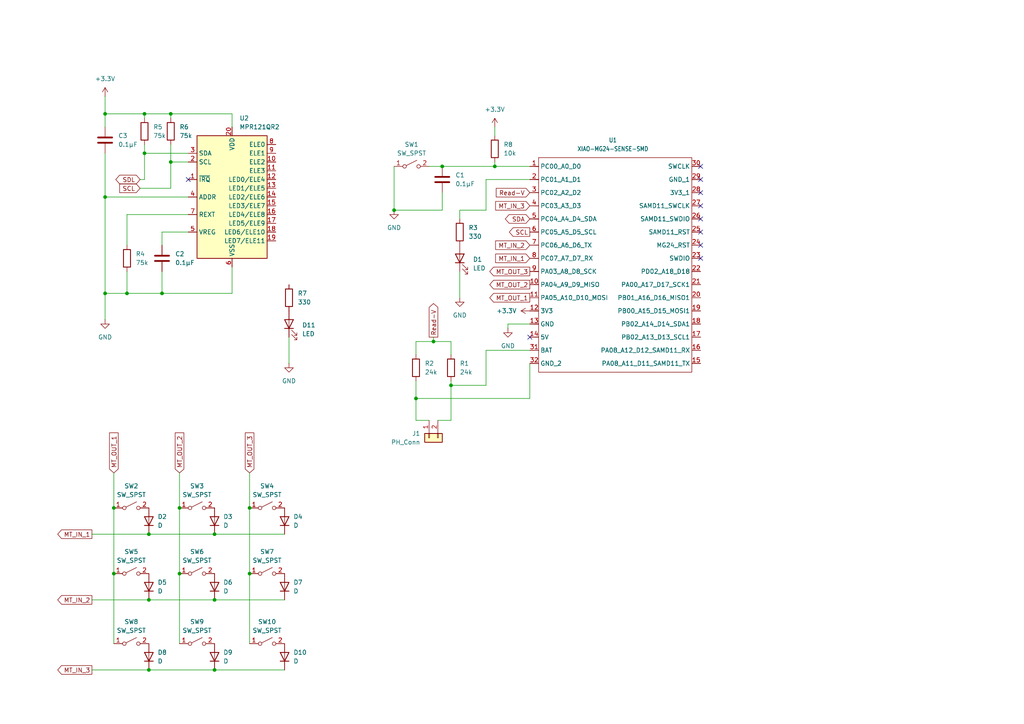
<source format=kicad_sch>
(kicad_sch (version 20250114) (generator "eeschema") (generator_version "9.0")
  (paper "A4")
  (lib_symbols
    (symbol "Connector_Generic:Conn_01x02" (pin_names (offset 1.016) (hide yes))
      (property "Reference" "J" (at 0 2.54 0))
      (property "Value" "Conn_01x02" (at 0 -5.08 0))
      (symbol "Conn_01x02_1_1"
        (rectangle (start -1.27 1.27) (end 1.27 -3.81) (stroke (width 0.254)) (fill (type background)))
        (rectangle (start -1.27 0.127) (end 0 -0.127) (stroke (width 0.1524)))
        (rectangle (start -1.27 -2.413) (end 0 -2.667) (stroke (width 0.1524)))
        (pin passive line (at -5.08 0 0) (length 3.81) (name "Pin_1") (number "1"))
        (pin passive line (at -5.08 -2.54 0) (length 3.81) (name "Pin_2") (number "2"))
      )
    )
    (symbol "Device:C" (pin_numbers (hide yes)) (pin_names (offset 0.254))
      (property "Reference" "C" (at 0.635 2.54 0))
      (property "Value" "C" (at 0.635 -2.54 0))
      (symbol "C_0_1"
        (polyline (pts (xy -2.032 0.762) (xy 2.032 0.762)) (stroke (width 0.508)))
        (polyline (pts (xy -2.032 -0.762) (xy 2.032 -0.762)) (stroke (width 0.508)))
      )
      (symbol "C_1_1"
        (pin passive line (at 0 3.81 270) (length 2.794) (name "~") (number "1"))
        (pin passive line (at 0 -3.81 90) (length 2.794) (name "~") (number "2"))
      )
    )
    (symbol "Device:D" (pin_numbers (hide yes)) (pin_names (offset 1.016) (hide yes))
      (property "Reference" "D" (at 0 2.54 0))
      (property "Value" "D" (at 0 -2.54 0))
      (symbol "D_0_1"
        (polyline (pts (xy -1.27 1.27) (xy -1.27 -1.27)) (stroke (width 0.254)))
        (polyline (pts (xy 1.27 1.27) (xy 1.27 -1.27) (xy -1.27 0) (xy 1.27 1.27)) (stroke (width 0.254)))
        (polyline (pts (xy 1.27 0) (xy -1.27 0)))
      )
      (symbol "D_1_1"
        (pin passive line (at -3.81 0 0) (length 2.54) (name "K") (number "1"))
        (pin passive line (at 3.81 0 180) (length 2.54) (name "A") (number "2"))
      )
    )
    (symbol "Device:LED" (pin_numbers (hide yes)) (pin_names (offset 1.016) (hide yes))
      (property "Reference" "D" (at 0 2.54 0))
      (property "Value" "LED" (at 0 -2.54 0))
      (symbol "LED_0_1"
        (polyline (pts (xy -3.048 -0.762) (xy -4.572 -2.286) (xy -3.81 -2.286) (xy -4.572 -2.286) (xy -4.572 -1.524)))
        (polyline (pts (xy -1.778 -0.762) (xy -3.302 -2.286) (xy -2.54 -2.286) (xy -3.302 -2.286) (xy -3.302 -1.524)))
        (polyline (pts (xy -1.27 0) (xy 1.27 0)))
        (polyline (pts (xy -1.27 -1.27) (xy -1.27 1.27)) (stroke (width 0.254)))
        (polyline (pts (xy 1.27 -1.27) (xy 1.27 1.27) (xy -1.27 0) (xy 1.27 -1.27)) (stroke (width 0.254)))
      )
      (symbol "LED_1_1"
        (pin passive line (at -3.81 0 0) (length 2.54) (name "K") (number "1"))
        (pin passive line (at 3.81 0 180) (length 2.54) (name "A") (number "2"))
      )
    )
    (symbol "Device:R" (pin_numbers (hide yes)) (pin_names (offset 0))
      (property "Reference" "R" (at 2.032 0 90))
      (property "Value" "R" (at 0 0 90))
      (symbol "R_0_1"
        (rectangle (start -1.016 -2.54) (end 1.016 2.54) (stroke (width 0.254)))
      )
      (symbol "R_1_1"
        (pin passive line (at 0 3.81 270) (length 1.27) (name "~") (number "1"))
        (pin passive line (at 0 -3.81 90) (length 1.27) (name "~") (number "2"))
      )
    )
    (symbol "Seeed_Studio_XIAO_Series:XIAO-MG24-SMD"
      (property "Reference" "U" (at -21.59 27.432 0))
      (property "Value" "XIAO-MG24-SMD" (at -21.59 25.654 0))
      (symbol "XIAO-MG24-SMD_0_1"
        (rectangle (start -21.59 25.4) (end 22.86 -36.83))
      )
      (symbol "XIAO-MG24-SMD_1_0"
        (polyline (pts (xy -22.86 -3.81) (xy -21.59 -3.81)) (stroke (width 0.1524)))
        (polyline (pts (xy -22.86 -7.62) (xy -21.59 -7.62)) (stroke (width 0.1524)))
        (polyline (pts (xy -22.86 -11.43) (xy -21.59 -11.43)) (stroke (width 0.1524)))
        (polyline (pts (xy -22.86 -15.24) (xy -21.59 -15.24)) (stroke (width 0.1524)))
        (polyline (pts (xy -22.86 -19.05) (xy -21.59 -19.05)) (stroke (width 0.1524)))
        (polyline (pts (xy -22.86 -22.86) (xy -21.59 -22.86)) (stroke (width 0.1524)))
        (polyline (pts (xy -22.86 -26.67) (xy -21.59 -26.67)) (stroke (width 0.1524)))
        (polyline (pts (xy -21.59 22.86) (xy -22.86 22.86)) (stroke (width 0.1524)))
        (polyline (pts (xy -21.59 19.05) (xy -22.86 19.05)) (stroke (width 0.1524)))
        (polyline (pts (xy -21.59 15.24) (xy -22.86 15.24)) (stroke (width 0.1524)))
        (polyline (pts (xy -21.59 11.43) (xy -22.86 11.43)) (stroke (width 0.1524)))
        (polyline (pts (xy -21.59 7.62) (xy -22.86 7.62)) (stroke (width 0.1524)))
        (polyline (pts (xy -21.59 3.81) (xy -22.86 3.81)) (stroke (width 0.1524)))
        (polyline (pts (xy -21.59 0) (xy -22.86 0)) (stroke (width 0.1524)))
        (pin passive line (at -24.13 22.86 0) (length 2.54) (name "PC00_A0_D0") (number "1"))
        (pin passive line (at -24.13 19.05 0) (length 2.54) (name "PC01_A1_D1") (number "2"))
        (pin passive line (at -24.13 15.24 0) (length 2.54) (name "PC02_A2_D2") (number "3"))
        (pin passive line (at -24.13 11.43 0) (length 2.54) (name "PC03_A3_D3") (number "4"))
        (pin passive line (at -24.13 7.62 0) (length 2.54) (name "PC04_A4_D4_SDA") (number "5"))
        (pin passive line (at -24.13 3.81 0) (length 2.54) (name "PC05_A5_D5_SCL") (number "6"))
        (pin passive line (at -24.13 0 0) (length 2.54) (name "PC06_A6_D6_TX") (number "7"))
        (pin passive line (at -24.13 -3.81 0) (length 2.54) (name "PC07_A7_D7_RX") (number "8"))
        (pin passive line (at -24.13 -7.62 0) (length 2.54) (name "PA03_A8_D8_SCK") (number "9"))
        (pin passive line (at -24.13 -11.43 0) (length 2.54) (name "PA04_A9_D9_MISO") (number "10"))
        (pin passive line (at -24.13 -15.24 0) (length 2.54) (name "PA05_A10_D10_MOSI") (number "11"))
        (pin passive line (at -24.13 -19.05 0) (length 2.54) (name "3V3") (number "12"))
        (pin passive line (at -24.13 -22.86 0) (length 2.54) (name "GND") (number "13"))
        (pin passive line (at -24.13 -26.67 0) (length 2.54) (name "5V") (number "14"))
      )
      (symbol "XIAO-MG24-SMD_1_1"
        (pin passive line (at -24.13 -30.48 0) (length 2.54) (name "BAT") (number "31"))
        (pin passive line (at -24.13 -34.29 0) (length 2.54) (name "GND_2") (number "32"))
        (pin passive line (at 25.4 22.86 180) (length 2.54) (name "SWCLK") (number "30"))
        (pin passive line (at 25.4 19.05 180) (length 2.54) (name "GND_1") (number "29"))
        (pin passive line (at 25.4 15.24 180) (length 2.54) (name "3V3_1") (number "28"))
        (pin passive line (at 25.4 11.43 180) (length 2.54) (name "SAMD11_SWCLK") (number "27"))
        (pin passive line (at 25.4 7.62 180) (length 2.54) (name "SAMD11_SWDIO") (number "26"))
        (pin passive line (at 25.4 3.81 180) (length 2.54) (name "SAMD11_RST") (number "25"))
        (pin passive line (at 25.4 0 180) (length 2.54) (name "MG24_RST") (number "24"))
        (pin passive line (at 25.4 -3.81 180) (length 2.54) (name "SWDIO") (number "23"))
        (pin passive line (at 25.4 -7.62 180) (length 2.54) (name "PD02_A18_D18") (number "22"))
        (pin passive line (at 25.4 -11.43 180) (length 2.54) (name "PA00_A17_D17_SCK1") (number "21"))
        (pin passive line (at 25.4 -15.24 180) (length 2.54) (name "PB01_A16_D16_MISO1") (number "20"))
        (pin passive line (at 25.4 -19.05 180) (length 2.54) (name "PB00_A15_D15_MOSI1") (number "19"))
        (pin passive line (at 25.4 -22.86 180) (length 2.54) (name "PB02_A14_D14_SDA1") (number "18"))
        (pin passive line (at 25.4 -26.67 180) (length 2.54) (name "PB02_A13_D13_SCL1") (number "17"))
        (pin passive line (at 25.4 -30.48 180) (length 2.54) (name "PA08_A12_D12_SAMD11_RX") (number "16"))
        (pin passive line (at 25.4 -34.29 180) (length 2.54) (name "PA08_A11_D11_SAMD11_TX") (number "15"))
      )
    )
    (symbol "Sensor_Touch:MPR121QR2"
      (property "Reference" "U" (at -10.16 19.05 0))
      (property "Value" "MPR121QR2" (at 6.35 19.05 0))
      (symbol "MPR121QR2_0_1"
        (rectangle (start -10.16 17.78) (end 10.16 -17.78) (stroke (width 0.254)) (fill (type background)))
      )
      (symbol "MPR121QR2_1_1"
        (pin bidirectional line (at -12.7 12.7 0) (length 2.54) (name "SDA") (number "3"))
        (pin input line (at -12.7 10.16 0) (length 2.54) (name "SCL") (number "2"))
        (pin open_collector line (at -12.7 5.08 0) (length 2.54) (name "~{IRQ}") (number "1"))
        (pin input line (at -12.7 0 0) (length 2.54) (name "ADDR") (number "4"))
        (pin passive line (at -12.7 -5.08 0) (length 2.54) (name "REXT") (number "7"))
        (pin passive line (at -12.7 -10.16 0) (length 2.54) (name "VREG") (number "5"))
        (pin power_in line (at 0 20.32 270) (length 2.54) (name "VDD") (number "20"))
        (pin power_in line (at 0 -20.32 90) (length 2.54) (name "VSS") (number "6"))
        (pin passive line (at 12.7 15.24 180) (length 2.54) (name "ELE0") (number "8"))
        (pin passive line (at 12.7 12.7 180) (length 2.54) (name "ELE1") (number "9"))
        (pin passive line (at 12.7 10.16 180) (length 2.54) (name "ELE2") (number "10"))
        (pin passive line (at 12.7 7.62 180) (length 2.54) (name "ELE3") (number "11"))
        (pin passive line (at 12.7 5.08 180) (length 2.54) (name "LED0/ELE4") (number "12"))
        (pin passive line (at 12.7 2.54 180) (length 2.54) (name "LED1/ELE5") (number "13"))
        (pin passive line (at 12.7 0 180) (length 2.54) (name "LED2/ELE6") (number "14"))
        (pin passive line (at 12.7 -2.54 180) (length 2.54) (name "LED3/ELE7") (number "15"))
        (pin passive line (at 12.7 -5.08 180) (length 2.54) (name "LED4/ELE8") (number "16"))
        (pin passive line (at 12.7 -7.62 180) (length 2.54) (name "LED5/ELE9") (number "17"))
        (pin passive line (at 12.7 -10.16 180) (length 2.54) (name "LED6/ELE10") (number "18"))
        (pin passive line (at 12.7 -12.7 180) (length 2.54) (name "LED7/ELE11") (number "19"))
      )
    )
    (symbol "Switch:SW_SPST" (pin_names (offset 0) (hide yes))
      (property "Reference" "SW" (at 0 3.175 0))
      (property "Value" "SW_SPST" (at 0 -2.54 0))
      (symbol "SW_SPST_0_0"
        (circle (center -2.032 0) (radius 0.508))
        (polyline (pts (xy -1.524 0.254) (xy 1.524 1.778)))
        (circle (center 2.032 0) (radius 0.508))
      )
      (symbol "SW_SPST_1_1"
        (pin passive line (at -5.08 0 0) (length 2.54) (name "A") (number "1"))
        (pin passive line (at 5.08 0 180) (length 2.54) (name "B") (number "2"))
      )
    )
    (symbol "power:+3.3V" (power) (pin_numbers (hide yes)) (pin_names (offset 0) (hide yes))
      (property "Value" "+3.3V" (at 0 3.556 0))
      (symbol "+3.3V_0_1"
        (polyline (pts (xy -0.762 1.27) (xy 0 2.54)))
        (polyline (pts (xy 0 2.54) (xy 0.762 1.27)))
        (polyline (pts (xy 0 0) (xy 0 2.54)))
      )
      (symbol "+3.3V_1_1"
        (pin power_in line (at 0 0 90) (length 0) (name "~") (number "1"))
      )
    )
    (symbol "power:GND" (power) (pin_numbers (hide yes)) (pin_names (offset 0) (hide yes))
      (property "Value" "GND" (at 0 -3.81 0))
      (symbol "GND_0_1"
        (polyline (pts (xy 0 0) (xy 0 -1.27) (xy 1.27 -1.27) (xy 0 -2.54) (xy -1.27 -1.27) (xy 0 -1.27)))
      )
      (symbol "GND_1_1"
        (pin power_in line (at 0 0 270) (length 0) (name "~") (number "1"))
      )
    )
  )
  (junction (at 43.18 154.94))
  (junction (at 52.07 147.32))
  (junction (at 43.18 173.99))
  (junction (at 120.65 115.57))
  (junction (at 49.53 33.02))
  (junction (at 41.91 33.02))
  (junction (at 30.48 57.15))
  (junction (at 36.83 85.09))
  (junction (at 130.81 111.76))
  (junction (at 62.23 154.94))
  (junction (at 33.02 166.37))
  (junction (at 49.53 46.99))
  (junction (at 128.27 48.26))
  (junction (at 33.02 147.32))
  (junction (at 72.39 166.37))
  (junction (at 62.23 173.99))
  (junction (at 30.48 85.09))
  (junction (at 72.39 147.32))
  (junction (at 62.23 194.31))
  (junction (at 143.51 48.26))
  (junction (at 125.73 99.06))
  (junction (at 43.18 194.31))
  (junction (at 41.91 44.45))
  (junction (at 52.07 166.37))
  (junction (at 30.48 33.02))
  (junction (at 114.3 60.96))
  (junction (at 46.99 85.09))
  (no_connect (at 203.2 55.88))
  (no_connect (at 203.2 74.93))
  (no_connect (at 203.2 67.31))
  (no_connect (at 54.61 52.07))
  (no_connect (at 203.2 63.5))
  (no_connect (at 203.2 52.07))
  (no_connect (at 153.67 97.79))
  (no_connect (at 203.2 59.69))
  (no_connect (at 203.2 48.26))
  (no_connect (at 203.2 71.12))
  (wire (pts (xy 153.67 105.41) (xy 153.67 115.57)))
  (wire (pts (xy 125.73 99.06) (xy 125.73 97.79)))
  (wire (pts (xy 54.61 62.23) (xy 36.83 62.23)))
  (wire (pts (xy 143.51 36.83) (xy 143.51 39.37)))
  (wire (pts (xy 130.81 99.06) (xy 125.73 99.06)))
  (wire (pts (xy 143.51 48.26) (xy 153.67 48.26)))
  (wire (pts (xy 140.97 111.76) (xy 130.81 111.76)))
  (wire (pts (xy 143.51 46.99) (xy 143.51 48.26)))
  (wire (pts (xy 49.53 46.99) (xy 54.61 46.99)))
  (wire (pts (xy 43.18 154.94) (xy 62.23 154.94)))
  (wire (pts (xy 30.48 27.94) (xy 30.48 33.02)))
  (wire (pts (xy 36.83 78.74) (xy 36.83 85.09)))
  (wire (pts (xy 41.91 44.45) (xy 41.91 52.07)))
  (wire (pts (xy 128.27 60.96) (xy 114.3 60.96)))
  (wire (pts (xy 140.97 101.6) (xy 140.97 111.76)))
  (wire (pts (xy 33.02 166.37) (xy 33.02 186.69)))
  (wire (pts (xy 124.46 48.26) (xy 128.27 48.26)))
  (wire (pts (xy 30.48 57.15) (xy 30.48 85.09)))
  (wire (pts (xy 72.39 166.37) (xy 72.39 186.69)))
  (wire (pts (xy 67.31 33.02) (xy 49.53 33.02)))
  (wire (pts (xy 153.67 93.98) (xy 147.32 93.98)))
  (wire (pts (xy 153.67 115.57) (xy 120.65 115.57)))
  (wire (pts (xy 128.27 48.26) (xy 143.51 48.26)))
  (wire (pts (xy 49.53 41.91) (xy 49.53 46.99)))
  (wire (pts (xy 41.91 33.02) (xy 30.48 33.02)))
  (wire (pts (xy 49.53 33.02) (xy 49.53 34.29)))
  (wire (pts (xy 124.46 121.92) (xy 120.65 121.92)))
  (wire (pts (xy 30.48 85.09) (xy 30.48 92.71)))
  (wire (pts (xy 30.48 33.02) (xy 30.48 36.83)))
  (wire (pts (xy 46.99 67.31) (xy 46.99 71.12)))
  (wire (pts (xy 41.91 33.02) (xy 41.91 34.29)))
  (wire (pts (xy 140.97 60.96) (xy 133.35 60.96)))
  (wire (pts (xy 62.23 154.94) (xy 82.55 154.94)))
  (wire (pts (xy 26.67 154.94) (xy 43.18 154.94)))
  (wire (pts (xy 153.67 101.6) (xy 140.97 101.6)))
  (wire (pts (xy 130.81 111.76) (xy 130.81 121.92)))
  (wire (pts (xy 114.3 60.96) (xy 114.3 48.26)))
  (wire (pts (xy 30.48 85.09) (xy 36.83 85.09)))
  (wire (pts (xy 127 121.92) (xy 130.81 121.92)))
  (wire (pts (xy 41.91 52.07) (xy 40.64 52.07)))
  (wire (pts (xy 120.65 121.92) (xy 120.65 115.57)))
  (wire (pts (xy 128.27 55.88) (xy 128.27 60.96)))
  (wire (pts (xy 43.18 194.31) (xy 62.23 194.31)))
  (wire (pts (xy 62.23 173.99) (xy 82.55 173.99)))
  (wire (pts (xy 49.53 46.99) (xy 49.53 54.61)))
  (wire (pts (xy 33.02 147.32) (xy 33.02 166.37)))
  (wire (pts (xy 130.81 102.87) (xy 130.81 99.06)))
  (wire (pts (xy 49.53 33.02) (xy 41.91 33.02)))
  (wire (pts (xy 83.82 97.79) (xy 83.82 105.41)))
  (wire (pts (xy 67.31 36.83) (xy 67.31 33.02)))
  (wire (pts (xy 147.32 93.98) (xy 147.32 95.25)))
  (wire (pts (xy 26.67 194.31) (xy 43.18 194.31)))
  (wire (pts (xy 26.67 173.99) (xy 43.18 173.99)))
  (wire (pts (xy 67.31 85.09) (xy 46.99 85.09)))
  (wire (pts (xy 46.99 78.74) (xy 46.99 85.09)))
  (wire (pts (xy 62.23 194.31) (xy 82.55 194.31)))
  (wire (pts (xy 52.07 137.16) (xy 52.07 147.32)))
  (wire (pts (xy 72.39 147.32) (xy 72.39 166.37)))
  (wire (pts (xy 120.65 102.87) (xy 120.65 99.06)))
  (wire (pts (xy 30.48 44.45) (xy 30.48 57.15)))
  (wire (pts (xy 33.02 137.16) (xy 33.02 147.32)))
  (wire (pts (xy 130.81 111.76) (xy 130.81 110.49)))
  (wire (pts (xy 133.35 60.96) (xy 133.35 63.5)))
  (wire (pts (xy 120.65 99.06) (xy 125.73 99.06)))
  (wire (pts (xy 43.18 173.99) (xy 62.23 173.99)))
  (wire (pts (xy 40.64 54.61) (xy 49.53 54.61)))
  (wire (pts (xy 36.83 85.09) (xy 46.99 85.09)))
  (wire (pts (xy 54.61 57.15) (xy 30.48 57.15)))
  (wire (pts (xy 52.07 147.32) (xy 52.07 166.37)))
  (wire (pts (xy 72.39 137.16) (xy 72.39 147.32)))
  (wire (pts (xy 52.07 166.37) (xy 52.07 186.69)))
  (wire (pts (xy 67.31 77.47) (xy 67.31 85.09)))
  (wire (pts (xy 41.91 44.45) (xy 54.61 44.45)))
  (wire (pts (xy 140.97 52.07) (xy 140.97 60.96)))
  (wire (pts (xy 54.61 67.31) (xy 46.99 67.31)))
  (wire (pts (xy 120.65 115.57) (xy 120.65 110.49)))
  (wire (pts (xy 41.91 41.91) (xy 41.91 44.45)))
  (wire (pts (xy 133.35 78.74) (xy 133.35 86.36)))
  (wire (pts (xy 153.67 52.07) (xy 140.97 52.07)))
  (wire (pts (xy 36.83 62.23) (xy 36.83 71.12)))
  (global_label "MT_OUT_2" (shape input) (at 52.07 137.16 90) (property "Intersheetrefs" "${INTERSHEET_REFS}" (effects (hide yes))))
  (global_label "SCL" (shape output) (at 153.67 67.31 180) (property "Intersheetrefs" "${INTERSHEET_REFS}" (effects (hide yes))))
  (global_label "MT_IN_2" (shape output) (at 26.67 173.99 180) (property "Intersheetrefs" "${INTERSHEET_REFS}" (effects (hide yes))))
  (global_label "MT_OUT_3" (shape input) (at 72.39 137.16 90) (property "Intersheetrefs" "${INTERSHEET_REFS}" (effects (hide yes))))
  (global_label "MT_IN_3" (shape output) (at 26.67 194.31 180) (property "Intersheetrefs" "${INTERSHEET_REFS}" (effects (hide yes))))
  (global_label "MT_IN_2" (shape input) (at 153.67 71.12 180) (property "Intersheetrefs" "${INTERSHEET_REFS}" (effects (hide yes))))
  (global_label "Read-V" (shape output) (at 125.73 97.79 90) (property "Intersheetrefs" "${INTERSHEET_REFS}" (effects (hide yes))))
  (global_label "MT_OUT_1" (shape output) (at 153.67 86.36 180) (property "Intersheetrefs" "${INTERSHEET_REFS}" (effects (hide yes))))
  (global_label "MT_IN_3" (shape input) (at 153.67 59.69 180) (property "Intersheetrefs" "${INTERSHEET_REFS}" (effects (hide yes))))
  (global_label "SDA" (shape bidirectional) (at 153.67 63.5 180) (property "Intersheetrefs" "${INTERSHEET_REFS}" (effects (hide yes))))
  (global_label "MT_OUT_2" (shape output) (at 153.67 82.55 180) (property "Intersheetrefs" "${INTERSHEET_REFS}" (effects (hide yes))))
  (global_label "MT_OUT_3" (shape output) (at 153.67 78.74 180) (property "Intersheetrefs" "${INTERSHEET_REFS}" (effects (hide yes))))
  (global_label "MT_OUT_1" (shape input) (at 33.02 137.16 90) (property "Intersheetrefs" "${INTERSHEET_REFS}" (effects (hide yes))))
  (global_label "MT_IN_1" (shape output) (at 26.67 154.94 180) (property "Intersheetrefs" "${INTERSHEET_REFS}" (effects (hide yes))))
  (global_label "SCL" (shape input) (at 40.64 54.61 180) (property "Intersheetrefs" "${INTERSHEET_REFS}" (effects (hide yes))))
  (global_label "MT_IN_1" (shape input) (at 153.67 74.93 180) (property "Intersheetrefs" "${INTERSHEET_REFS}" (effects (hide yes))))
  (global_label "Read-V" (shape input) (at 153.67 55.88 180) (property "Intersheetrefs" "${INTERSHEET_REFS}" (effects (hide yes))))
  (global_label "SDL" (shape bidirectional) (at 40.64 52.07 180) (property "Intersheetrefs" "${INTERSHEET_REFS}" (effects (hide yes))))
  (symbol (lib_id "Device:D") (at 43.18 190.5 90) (unit 1)
    (property "Reference" "D8" (at 45.72 189.2299 90) (effects (justify right)))
    (property "Value" "D" (at 45.72 191.7699 90) (effects (justify right)))
    (property "Description" "Diode" (effects (hide yes)))
    (property "Sim.Device" "D" (effects (hide yes)))
    (property "Sim.Pins" "1=K 2=A" (effects (hide yes)))
  )
  (symbol (lib_id "Switch:SW_SPST") (at 38.1 186.69 0) (unit 1)
    (property "Reference" "SW8" (at 38.1 180.34 0))
    (property "Value" "SW_SPST" (at 38.1 182.88 0))
    (property "Description" "Single Pole Single Throw (SPST) switch" (effects (hide yes)))
  )
  (symbol (lib_id "Device:D") (at 82.55 151.13 90) (unit 1)
    (property "Reference" "D4" (at 85.09 149.8599 90) (effects (justify right)))
    (property "Value" "D" (at 85.09 152.3999 90) (effects (justify right)))
    (property "Description" "Diode" (effects (hide yes)))
    (property "Sim.Device" "D" (effects (hide yes)))
    (property "Sim.Pins" "1=K 2=A" (effects (hide yes)))
  )
  (symbol (lib_id "Device:R") (at 83.82 86.36 0) (unit 1)
    (property "Reference" "R7" (at 86.36 85.0899 0) (effects (justify left)))
    (property "Value" "330" (at 86.36 87.6299 0) (effects (justify left)))
    (property "Description" "Resistor" (effects (hide yes)))
  )
  (symbol (lib_id "Switch:SW_SPST") (at 38.1 166.37 0) (unit 1)
    (property "Reference" "SW5" (at 38.1 160.02 0))
    (property "Value" "SW_SPST" (at 38.1 162.56 0))
    (property "Description" "Single Pole Single Throw (SPST) switch" (effects (hide yes)))
  )
  (symbol (lib_id "power:+3.3V") (at 143.51 36.83 0) (unit 1)
    (property "Reference" "#PWR08" (effects (hide yes)))
    (property "Value" "+3.3V" (at 143.51 31.75 0))
    (property "Description" "Power symbol creates a global label with name \"+3.3V\"" (effects (hide yes)))
  )
  (symbol (lib_id "Device:D") (at 43.18 170.18 90) (unit 1)
    (property "Reference" "D5" (at 45.72 168.9099 90) (effects (justify right)))
    (property "Value" "D" (at 45.72 171.4499 90) (effects (justify right)))
    (property "Description" "Diode" (effects (hide yes)))
    (property "Sim.Device" "D" (effects (hide yes)))
    (property "Sim.Pins" "1=K 2=A" (effects (hide yes)))
  )
  (symbol (lib_id "power:GND") (at 30.48 92.71 0) (unit 1)
    (property "Reference" "#PWR04" (effects (hide yes)))
    (property "Value" "GND" (at 30.48 97.79 0))
    (property "Description" "Power symbol creates a global label with name \"GND\" , ground" (effects (hide yes)))
  )
  (symbol (lib_id "Switch:SW_SPST") (at 57.15 166.37 0) (unit 1)
    (property "Reference" "SW6" (at 57.15 160.02 0))
    (property "Value" "SW_SPST" (at 57.15 162.56 0))
    (property "Description" "Single Pole Single Throw (SPST) switch" (effects (hide yes)))
  )
  (symbol (lib_id "Device:C") (at 30.48 40.64 0) (unit 1)
    (property "Reference" "C3" (at 34.29 39.3699 0) (effects (justify left)))
    (property "Value" "0.1μF" (at 34.29 41.9099 0) (effects (justify left)))
    (property "Description" "Unpolarized capacitor" (effects (hide yes)))
  )
  (symbol (lib_id "Device:LED") (at 133.35 74.93 90) (unit 1)
    (property "Reference" "D1" (at 137.16 75.2474 90) (effects (justify right)))
    (property "Value" "LED" (at 137.16 77.7874 90) (effects (justify right)))
    (property "Description" "Light emitting diode" (effects (hide yes)))
    (property "Sim.Pins" "1=K 2=A" (effects (hide yes)))
  )
  (symbol (lib_id "power:GND") (at 114.3 60.96 0) (unit 1)
    (property "Reference" "#PWR02" (effects (hide yes)))
    (property "Value" "GND" (at 114.3 66.04 0))
    (property "Description" "Power symbol creates a global label with name \"GND\" , ground" (effects (hide yes)))
  )
  (symbol (lib_id "power:GND") (at 83.82 105.41 0) (unit 1)
    (property "Reference" "#PWR07" (effects (hide yes)))
    (property "Value" "GND" (at 83.82 110.49 0))
    (property "Description" "Power symbol creates a global label with name \"GND\" , ground" (effects (hide yes)))
  )
  (symbol (lib_id "Device:LED") (at 83.82 93.98 90) (unit 1)
    (property "Reference" "D11" (at 87.63 94.2974 90) (effects (justify right)))
    (property "Value" "LED" (at 87.63 96.8374 90) (effects (justify right)))
    (property "Description" "Light emitting diode" (effects (hide yes)))
    (property "Sim.Pins" "1=K 2=A" (effects (hide yes)))
  )
  (symbol (lib_id "Device:R") (at 41.91 38.1 0) (unit 1)
    (property "Reference" "R5" (at 44.45 36.8299 0) (effects (justify left)))
    (property "Value" "75k" (at 44.45 39.3699 0) (effects (justify left)))
    (property "Description" "Resistor" (effects (hide yes)))
  )
  (symbol (lib_id "power:+3.3V") (at 153.67 90.17 90) (unit 1)
    (property "Reference" "#PWR01" (effects (hide yes)))
    (property "Value" "+3.3V" (at 149.86 90.1699 90) (effects (justify left)))
    (property "Description" "Power symbol creates a global label with name \"+3.3V\"" (effects (hide yes)))
  )
  (symbol (lib_id "Device:D") (at 62.23 170.18 90) (unit 1)
    (property "Reference" "D6" (at 64.77 168.9099 90) (effects (justify right)))
    (property "Value" "D" (at 64.77 171.4499 90) (effects (justify right)))
    (property "Description" "Diode" (effects (hide yes)))
    (property "Sim.Device" "D" (effects (hide yes)))
    (property "Sim.Pins" "1=K 2=A" (effects (hide yes)))
  )
  (symbol (lib_id "Device:R") (at 143.51 43.18 0) (unit 1)
    (property "Reference" "R8" (at 146.05 41.9099 0) (effects (justify left)))
    (property "Value" "10k" (at 146.05 44.4499 0) (effects (justify left)))
    (property "Description" "Resistor" (effects (hide yes)))
  )
  (symbol (lib_id "Device:R") (at 130.81 106.68 0) (unit 1)
    (property "Reference" "R1" (at 133.35 105.4099 0) (effects (justify left)))
    (property "Value" "24k" (at 133.35 107.9499 0) (effects (justify left)))
    (property "Description" "Resistor" (effects (hide yes)))
  )
  (symbol (lib_id "Switch:SW_SPST") (at 77.47 147.32 0) (unit 1)
    (property "Reference" "SW4" (at 77.47 140.97 0))
    (property "Value" "SW_SPST" (at 77.47 143.51 0))
    (property "Description" "Single Pole Single Throw (SPST) switch" (effects (hide yes)))
  )
  (symbol (lib_id "Device:R") (at 133.35 67.31 0) (unit 1)
    (property "Reference" "R3" (at 135.89 66.0399 0) (effects (justify left)))
    (property "Value" "330" (at 135.89 68.5799 0) (effects (justify left)))
    (property "Description" "Resistor" (effects (hide yes)))
  )
  (symbol (lib_id "power:GND") (at 147.32 95.25 0) (unit 1)
    (property "Reference" "#PWR06" (effects (hide yes)))
    (property "Value" "GND" (at 147.32 100.33 0))
    (property "Description" "Power symbol creates a global label with name \"GND\" , ground" (effects (hide yes)))
  )
  (symbol (lib_id "Connector_Generic:Conn_01x02") (at 124.46 127 90) (mirror x) (unit 1)
    (property "Reference" "J1" (at 121.92 125.7299 90) (effects (justify left)))
    (property "Value" "PH_Conn" (at 121.92 128.2699 90) (effects (justify left)))
    (property "Footprint" "Connector_JST:JST_PH_S2B-PH-K_1x02_P2.00mm_Horizontal" (effects (hide yes)))
    (property "Description" "Generic connector, single row, 01x02, script generated (kicad-library-utils/schlib/autogen/connector/)" (effects (hide yes)))
  )
  (symbol (lib_id "Switch:SW_SPST") (at 38.1 147.32 0) (unit 1)
    (property "Reference" "SW2" (at 38.1 140.97 0))
    (property "Value" "SW_SPST" (at 38.1 143.51 0))
    (property "Description" "Single Pole Single Throw (SPST) switch" (effects (hide yes)))
  )
  (symbol (lib_id "Seeed_Studio_XIAO_Series:XIAO-MG24-SMD") (at 177.8 71.12 0) (unit 1)
    (property "Reference" "U1" (at 177.7619 40.64 0) (effects (font (size 1.27 1.0795))))
    (property "Value" "XIAO-MG24-SENSE-SMD" (at 177.7619 43.18 0) (effects (font (size 1.27 1.0795))))
    (property "Footprint" "Seed_Studio_XIAO:XIAO-MG24-SMD" (effects (hide yes)))
  )
  (symbol (lib_id "Device:C") (at 46.99 74.93 0) (unit 1)
    (property "Reference" "C2" (at 50.8 73.6599 0) (effects (justify left)))
    (property "Value" "0.1μF" (at 50.8 76.1999 0) (effects (justify left)))
    (property "Description" "Unpolarized capacitor" (effects (hide yes)))
  )
  (symbol (lib_id "Device:C") (at 128.27 52.07 0) (unit 1)
    (property "Reference" "C1" (at 132.08 50.7999 0) (effects (justify left)))
    (property "Value" "0.1μF" (at 132.08 53.3399 0) (effects (justify left)))
    (property "Description" "Unpolarized capacitor" (effects (hide yes)))
  )
  (symbol (lib_id "Device:D") (at 82.55 170.18 90) (unit 1)
    (property "Reference" "D7" (at 85.09 168.9099 90) (effects (justify right)))
    (property "Value" "D" (at 85.09 171.4499 90) (effects (justify right)))
    (property "Description" "Diode" (effects (hide yes)))
    (property "Sim.Device" "D" (effects (hide yes)))
    (property "Sim.Pins" "1=K 2=A" (effects (hide yes)))
  )
  (symbol (lib_id "Sensor_Touch:MPR121QR2") (at 67.31 57.15 0) (unit 1)
    (property "Reference" "U2" (at 69.4533 34.29 0) (effects (justify left)))
    (property "Value" "MPR121QR2" (at 69.4533 36.83 0) (effects (justify left)))
    (property "Footprint" "Package_DFN_QFN:UQFN-20_3x3mm_P0.4mm" (effects (hide yes)))
    (property "Datasheet" "https://resurgentsemi.com/wp-content/uploads/2018/09/MPR121_rev5-Resurgent.pdf?d453f8&d453f8" (effects (hide yes)))
    (property "Description" "12ch Touch Sensor controller, UQFN-20" (effects (hide yes)))
  )
  (symbol (lib_id "power:+3.3V") (at 30.48 27.94 0) (unit 1)
    (property "Reference" "#PWR05" (effects (hide yes)))
    (property "Value" "+3.3V" (at 30.48 22.86 0))
    (property "Description" "Power symbol creates a global label with name \"+3.3V\"" (effects (hide yes)))
  )
  (symbol (lib_id "Switch:SW_SPST") (at 77.47 166.37 0) (unit 1)
    (property "Reference" "SW7" (at 77.47 160.02 0))
    (property "Value" "SW_SPST" (at 77.47 162.56 0))
    (property "Description" "Single Pole Single Throw (SPST) switch" (effects (hide yes)))
  )
  (symbol (lib_id "Device:R") (at 36.83 74.93 0) (unit 1)
    (property "Reference" "R4" (at 39.37 73.6599 0) (effects (justify left)))
    (property "Value" "75k" (at 39.37 76.1999 0) (effects (justify left)))
    (property "Description" "Resistor" (effects (hide yes)))
  )
  (symbol (lib_id "Device:R") (at 49.53 38.1 0) (unit 1)
    (property "Reference" "R6" (at 52.07 36.8299 0) (effects (justify left)))
    (property "Value" "75k" (at 52.07 39.3699 0) (effects (justify left)))
    (property "Description" "Resistor" (effects (hide yes)))
  )
  (symbol (lib_id "power:GND") (at 133.35 86.36 0) (unit 1)
    (property "Reference" "#PWR03" (effects (hide yes)))
    (property "Value" "GND" (at 133.35 91.44 0))
    (property "Description" "Power symbol creates a global label with name \"GND\" , ground" (effects (hide yes)))
  )
  (symbol (lib_id "Switch:SW_SPST") (at 57.15 186.69 0) (unit 1)
    (property "Reference" "SW9" (at 57.15 180.34 0))
    (property "Value" "SW_SPST" (at 57.15 182.88 0))
    (property "Description" "Single Pole Single Throw (SPST) switch" (effects (hide yes)))
  )
  (symbol (lib_id "Device:D") (at 82.55 190.5 90) (unit 1)
    (property "Reference" "D10" (at 85.09 189.2299 90) (effects (justify right)))
    (property "Value" "D" (at 85.09 191.7699 90) (effects (justify right)))
    (property "Description" "Diode" (effects (hide yes)))
    (property "Sim.Device" "D" (effects (hide yes)))
    (property "Sim.Pins" "1=K 2=A" (effects (hide yes)))
  )
  (symbol (lib_id "Device:D") (at 62.23 190.5 90) (unit 1)
    (property "Reference" "D9" (at 64.77 189.2299 90) (effects (justify right)))
    (property "Value" "D" (at 64.77 191.7699 90) (effects (justify right)))
    (property "Description" "Diode" (effects (hide yes)))
    (property "Sim.Device" "D" (effects (hide yes)))
    (property "Sim.Pins" "1=K 2=A" (effects (hide yes)))
  )
  (symbol (lib_id "Switch:SW_SPST") (at 77.47 186.69 0) (unit 1)
    (property "Reference" "SW10" (at 77.47 180.34 0))
    (property "Value" "SW_SPST" (at 77.47 182.88 0))
    (property "Description" "Single Pole Single Throw (SPST) switch" (effects (hide yes)))
  )
  (symbol (lib_id "Device:R") (at 120.65 106.68 0) (unit 1)
    (property "Reference" "R2" (at 123.19 105.4099 0) (effects (justify left)))
    (property "Value" "24k" (at 123.19 107.9499 0) (effects (justify left)))
    (property "Description" "Resistor" (effects (hide yes)))
  )
  (symbol (lib_id "Switch:SW_SPST") (at 119.38 48.26 0) (unit 1)
    (property "Reference" "SW1" (at 119.38 41.91 0))
    (property "Value" "SW_SPST" (at 119.38 44.45 0))
    (property "Description" "Single Pole Single Throw (SPST) switch" (effects (hide yes)))
  )
  (symbol (lib_id "Device:D") (at 43.18 151.13 90) (unit 1)
    (property "Reference" "D2" (at 45.72 149.8599 90) (effects (justify right)))
    (property "Value" "D" (at 45.72 152.3999 90) (effects (justify right)))
    (property "Description" "Diode" (effects (hide yes)))
    (property "Sim.Device" "D" (effects (hide yes)))
    (property "Sim.Pins" "1=K 2=A" (effects (hide yes)))
  )
  (symbol (lib_id "Switch:SW_SPST") (at 57.15 147.32 0) (unit 1)
    (property "Reference" "SW3" (at 57.15 140.97 0))
    (property "Value" "SW_SPST" (at 57.15 143.51 0))
    (property "Description" "Single Pole Single Throw (SPST) switch" (effects (hide yes)))
  )
  (symbol (lib_id "Device:D") (at 62.23 151.13 90) (unit 1)
    (property "Reference" "D3" (at 64.77 149.8599 90) (effects (justify right)))
    (property "Value" "D" (at 64.77 152.3999 90) (effects (justify right)))
    (property "Description" "Diode" (effects (hide yes)))
    (property "Sim.Device" "D" (effects (hide yes)))
    (property "Sim.Pins" "1=K 2=A" (effects (hide yes)))
  )
)
</source>
